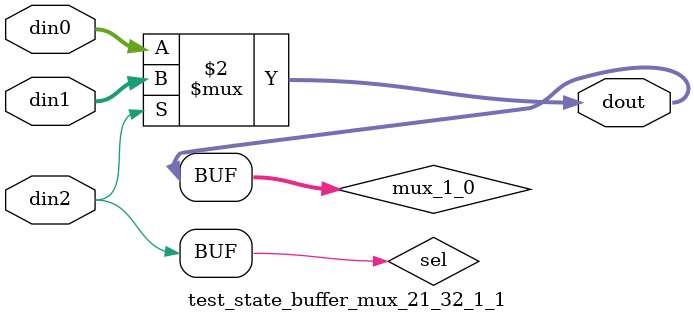
<source format=v>

`timescale 1ns/1ps

module test_state_buffer_mux_21_32_1_1 #(
parameter
    ID                = 0,
    NUM_STAGE         = 1,
    din0_WIDTH       = 32,
    din1_WIDTH       = 32,
    din2_WIDTH         = 32,
    dout_WIDTH            = 32
)(
    input  [31 : 0]     din0,
    input  [31 : 0]     din1,
    input  [0 : 0]    din2,
    output [31 : 0]   dout);

// puts internal signals
wire [0 : 0]     sel;
// level 1 signals
wire [31 : 0]         mux_1_0;

assign sel = din2;

// Generate level 1 logic
assign mux_1_0 = (sel[0] == 0)? din0 : din1;

// output logic
assign dout = mux_1_0;

endmodule

</source>
